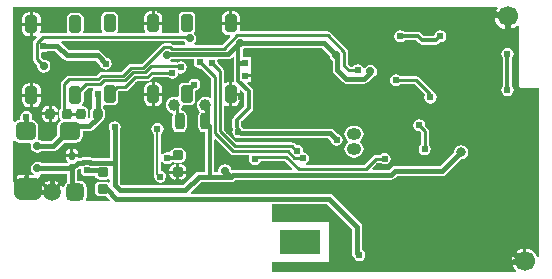
<source format=gbl>
G04 Layer_Physical_Order=2*
G04 Layer_Color=16711680*
%FSLAX25Y25*%
%MOIN*%
G70*
G01*
G75*
G04:AMPARAMS|DCode=11|XSize=35.43mil|YSize=31.5mil|CornerRadius=7.87mil|HoleSize=0mil|Usage=FLASHONLY|Rotation=0.000|XOffset=0mil|YOffset=0mil|HoleType=Round|Shape=RoundedRectangle|*
%AMROUNDEDRECTD11*
21,1,0.03543,0.01575,0,0,0.0*
21,1,0.01969,0.03150,0,0,0.0*
1,1,0.01575,0.00984,-0.00787*
1,1,0.01575,-0.00984,-0.00787*
1,1,0.01575,-0.00984,0.00787*
1,1,0.01575,0.00984,0.00787*
%
%ADD11ROUNDEDRECTD11*%
G04:AMPARAMS|DCode=13|XSize=19.69mil|YSize=23.62mil|CornerRadius=4.92mil|HoleSize=0mil|Usage=FLASHONLY|Rotation=180.000|XOffset=0mil|YOffset=0mil|HoleType=Round|Shape=RoundedRectangle|*
%AMROUNDEDRECTD13*
21,1,0.01969,0.01378,0,0,180.0*
21,1,0.00984,0.02362,0,0,180.0*
1,1,0.00984,-0.00492,0.00689*
1,1,0.00984,0.00492,0.00689*
1,1,0.00984,0.00492,-0.00689*
1,1,0.00984,-0.00492,-0.00689*
%
%ADD13ROUNDEDRECTD13*%
G04:AMPARAMS|DCode=15|XSize=35.43mil|YSize=31.5mil|CornerRadius=7.87mil|HoleSize=0mil|Usage=FLASHONLY|Rotation=90.000|XOffset=0mil|YOffset=0mil|HoleType=Round|Shape=RoundedRectangle|*
%AMROUNDEDRECTD15*
21,1,0.03543,0.01575,0,0,90.0*
21,1,0.01969,0.03150,0,0,90.0*
1,1,0.01575,0.00787,0.00984*
1,1,0.01575,0.00787,-0.00984*
1,1,0.01575,-0.00787,-0.00984*
1,1,0.01575,-0.00787,0.00984*
%
%ADD15ROUNDEDRECTD15*%
%ADD47C,0.01181*%
%ADD48C,0.00984*%
%ADD49C,0.00787*%
%ADD50C,0.01772*%
%ADD51C,0.01575*%
%ADD52C,0.01969*%
%ADD56C,0.06693*%
%ADD57O,0.04724X0.03937*%
G04:AMPARAMS|DCode=58|XSize=59.06mil|YSize=59.06mil|CornerRadius=14.76mil|HoleSize=0mil|Usage=FLASHONLY|Rotation=90.000|XOffset=0mil|YOffset=0mil|HoleType=Round|Shape=RoundedRectangle|*
%AMROUNDEDRECTD58*
21,1,0.05906,0.02953,0,0,90.0*
21,1,0.02953,0.05906,0,0,90.0*
1,1,0.02953,0.01476,0.01476*
1,1,0.02953,0.01476,-0.01476*
1,1,0.02953,-0.01476,-0.01476*
1,1,0.02953,-0.01476,0.01476*
%
%ADD58ROUNDEDRECTD58*%
%ADD59C,0.05906*%
%ADD60C,0.03937*%
G04:AMPARAMS|DCode=61|XSize=90.55mil|YSize=70.87mil|CornerRadius=17.72mil|HoleSize=0mil|Usage=FLASHONLY|Rotation=180.000|XOffset=0mil|YOffset=0mil|HoleType=Round|Shape=RoundedRectangle|*
%AMROUNDEDRECTD61*
21,1,0.09055,0.03543,0,0,180.0*
21,1,0.05512,0.07087,0,0,180.0*
1,1,0.03543,-0.02756,0.01772*
1,1,0.03543,0.02756,0.01772*
1,1,0.03543,0.02756,-0.01772*
1,1,0.03543,-0.02756,-0.01772*
%
%ADD61ROUNDEDRECTD61*%
%ADD62R,0.13780X0.07874*%
%ADD63C,0.02402*%
%ADD64C,0.02756*%
%ADD65C,0.03150*%
%ADD66R,0.01969X0.02362*%
G04:AMPARAMS|DCode=67|XSize=31.5mil|YSize=55.12mil|CornerRadius=7.87mil|HoleSize=0mil|Usage=FLASHONLY|Rotation=180.000|XOffset=0mil|YOffset=0mil|HoleType=Round|Shape=RoundedRectangle|*
%AMROUNDEDRECTD67*
21,1,0.03150,0.03937,0,0,180.0*
21,1,0.01575,0.05512,0,0,180.0*
1,1,0.01575,-0.00787,0.01969*
1,1,0.01575,0.00787,0.01969*
1,1,0.01575,0.00787,-0.01969*
1,1,0.01575,-0.00787,-0.01969*
%
%ADD67ROUNDEDRECTD67*%
G04:AMPARAMS|DCode=68|XSize=59.06mil|YSize=39.37mil|CornerRadius=9.84mil|HoleSize=0mil|Usage=FLASHONLY|Rotation=270.000|XOffset=0mil|YOffset=0mil|HoleType=Round|Shape=RoundedRectangle|*
%AMROUNDEDRECTD68*
21,1,0.05906,0.01969,0,0,270.0*
21,1,0.03937,0.03937,0,0,270.0*
1,1,0.01969,-0.00984,-0.01969*
1,1,0.01969,-0.00984,0.01969*
1,1,0.01969,0.00984,0.01969*
1,1,0.01969,0.00984,-0.01969*
%
%ADD68ROUNDEDRECTD68*%
G04:AMPARAMS|DCode=69|XSize=59.06mil|YSize=68.9mil|CornerRadius=14.76mil|HoleSize=0mil|Usage=FLASHONLY|Rotation=270.000|XOffset=0mil|YOffset=0mil|HoleType=Round|Shape=RoundedRectangle|*
%AMROUNDEDRECTD69*
21,1,0.05906,0.03937,0,0,270.0*
21,1,0.02953,0.06890,0,0,270.0*
1,1,0.02953,-0.01969,-0.01476*
1,1,0.02953,-0.01969,0.01476*
1,1,0.02953,0.01969,0.01476*
1,1,0.02953,0.01969,-0.01476*
%
%ADD69ROUNDEDRECTD69*%
G36*
X61291Y-18936D02*
X61162Y-19587D01*
X61316Y-20362D01*
X61756Y-21020D01*
X62413Y-21459D01*
X63189Y-21614D01*
X63341Y-21584D01*
X66861Y-25104D01*
Y-31139D01*
X66413Y-31360D01*
X66390Y-31343D01*
X65719Y-31065D01*
X65000Y-30970D01*
X64281Y-31065D01*
X63610Y-31343D01*
X63034Y-31784D01*
X62593Y-32360D01*
X62315Y-33031D01*
X62220Y-33750D01*
X62315Y-34469D01*
X62593Y-35140D01*
X62962Y-35622D01*
X63077Y-36146D01*
X62729Y-36667D01*
X62607Y-37282D01*
Y-41219D01*
X62729Y-41833D01*
X63077Y-42354D01*
X63598Y-42702D01*
X64213Y-42824D01*
X64986D01*
Y-56044D01*
X62750D01*
X62097Y-56174D01*
X61544Y-56544D01*
X57543Y-60544D01*
X37207D01*
X36456Y-59793D01*
Y-53000D01*
Y-42173D01*
X36623Y-41923D01*
X36777Y-41148D01*
X36623Y-40372D01*
X36183Y-39714D01*
X35526Y-39275D01*
X34750Y-39121D01*
X33974Y-39275D01*
X33317Y-39714D01*
X32877Y-40372D01*
X32723Y-41148D01*
X32877Y-41923D01*
X33044Y-42173D01*
Y-51294D01*
X27099D01*
X26488Y-51172D01*
X24262D01*
X23651Y-51294D01*
X22514D01*
X22513Y-51293D01*
Y-51104D01*
X18486D01*
Y-51293D01*
X18602Y-51876D01*
X18932Y-52369D01*
X18951Y-52381D01*
X19021Y-53007D01*
X18828Y-53215D01*
X10344D01*
X9845Y-52881D01*
X9000Y-52714D01*
X8155Y-52881D01*
X7439Y-53360D01*
X6960Y-54076D01*
X6792Y-54921D01*
X6960Y-55766D01*
X7439Y-56482D01*
X7739Y-56683D01*
X7587Y-57183D01*
X6250D01*
Y-61750D01*
X5250D01*
Y-57183D01*
X2994D01*
X2270Y-57278D01*
X1596Y-57557D01*
X1503Y-57629D01*
X1003Y-57382D01*
Y-45838D01*
X1503Y-45684D01*
X2168Y-46128D01*
X3051Y-46304D01*
X6554D01*
X6639Y-46365D01*
X6919Y-46804D01*
X6792Y-47441D01*
X6960Y-48286D01*
X7439Y-49002D01*
X8155Y-49481D01*
X9000Y-49649D01*
X9845Y-49481D01*
X10344Y-49147D01*
X14309D01*
X14962Y-49017D01*
X15515Y-48647D01*
X17858Y-46304D01*
X21752D01*
X22635Y-46128D01*
X23384Y-45628D01*
X23884Y-44879D01*
X24060Y-43996D01*
Y-42456D01*
X26250D01*
X26903Y-42326D01*
X27456Y-41956D01*
X30059Y-39354D01*
X30437Y-39279D01*
X30958Y-38931D01*
X31306Y-38410D01*
X31429Y-37795D01*
Y-35827D01*
X31306Y-35212D01*
X30958Y-34691D01*
X30741Y-34547D01*
Y-33953D01*
X31241Y-33685D01*
X31346Y-33755D01*
X32037Y-33893D01*
X34006D01*
X34697Y-33755D01*
X35283Y-33364D01*
X35675Y-32778D01*
X35812Y-32087D01*
Y-29173D01*
X35930Y-29055D01*
X38297D01*
X38797Y-28955D01*
X39220Y-28673D01*
X42102Y-25790D01*
X45636D01*
X46136Y-25691D01*
X46559Y-25408D01*
X47662Y-24305D01*
X52481D01*
X52567Y-24433D01*
X53224Y-24873D01*
X54000Y-25027D01*
X54776Y-24873D01*
X55433Y-24433D01*
X55873Y-23776D01*
X56002Y-23128D01*
X56750Y-23277D01*
X57526Y-23123D01*
X58183Y-22683D01*
X58623Y-22026D01*
X58777Y-21250D01*
X58623Y-20474D01*
X58183Y-19817D01*
X57526Y-19377D01*
X56750Y-19223D01*
X55974Y-19377D01*
X55618Y-19615D01*
X55449Y-19502D01*
X54950Y-19402D01*
X53452D01*
X53300Y-18902D01*
X53811Y-18561D01*
X53895Y-18436D01*
X61011D01*
X61291Y-18936D01*
D02*
G37*
G36*
X73344Y-50173D02*
X73768Y-50455D01*
X74267Y-50555D01*
X79369D01*
X79611Y-51055D01*
X79473Y-51750D01*
X79627Y-52526D01*
X80067Y-53183D01*
X80724Y-53623D01*
X81500Y-53777D01*
X82276Y-53623D01*
X82933Y-53183D01*
X83373Y-52526D01*
X83417Y-52305D01*
X91460D01*
X93987Y-54832D01*
X93796Y-55294D01*
X74250D01*
X73641Y-55415D01*
X73540Y-54905D01*
X73061Y-54189D01*
X72345Y-53710D01*
X71500Y-53542D01*
X70655Y-53710D01*
X69939Y-54189D01*
X69460Y-54905D01*
X69292Y-55750D01*
X69051Y-56044D01*
X67796D01*
Y-45278D01*
X68258Y-45086D01*
X73344Y-50173D01*
D02*
G37*
G36*
X27554Y-28639D02*
X27163Y-29224D01*
X27008Y-30000D01*
X27163Y-30776D01*
X27329Y-31025D01*
Y-34547D01*
X27113Y-34691D01*
X26765Y-35212D01*
X26642Y-35827D01*
Y-37795D01*
X26667Y-37920D01*
X26336Y-38252D01*
X25875Y-38005D01*
X25917Y-37795D01*
Y-35827D01*
X25795Y-35212D01*
X25446Y-34691D01*
X24926Y-34343D01*
X24311Y-34221D01*
X24017D01*
X23874Y-33860D01*
X23845Y-33721D01*
X24220Y-33160D01*
X24358Y-32469D01*
Y-29554D01*
X25773Y-28139D01*
X27411D01*
X27554Y-28639D01*
D02*
G37*
G36*
X162379Y-1503D02*
X161953Y-2058D01*
X161515Y-3115D01*
X161432Y-3750D01*
X165750D01*
Y-4250D01*
X166250D01*
Y-8568D01*
X166885Y-8485D01*
X167942Y-8047D01*
X168850Y-7350D01*
X169023Y-7124D01*
X169497Y-7285D01*
Y-27067D01*
X169573Y-27451D01*
X169790Y-27777D01*
X170116Y-27994D01*
X170500Y-28071D01*
X176162D01*
Y-84479D01*
X175662Y-84578D01*
X175297Y-83696D01*
X174600Y-82788D01*
X173692Y-82092D01*
X172635Y-81654D01*
X172000Y-81570D01*
Y-85888D01*
X171500D01*
Y-86388D01*
X167182D01*
X167265Y-87023D01*
X167703Y-88080D01*
X168400Y-88988D01*
X168512Y-89074D01*
X168351Y-89548D01*
X87224D01*
Y-86193D01*
X106146D01*
Y-72807D01*
X87224D01*
Y-66929D01*
X87407Y-66706D01*
X105457D01*
X113794Y-75043D01*
Y-83000D01*
X113924Y-83653D01*
X114294Y-84206D01*
X114319Y-84231D01*
X114377Y-84526D01*
X114817Y-85183D01*
X115474Y-85623D01*
X116250Y-85777D01*
X117026Y-85623D01*
X117683Y-85183D01*
X118123Y-84526D01*
X118277Y-83750D01*
X118123Y-82974D01*
X117683Y-82317D01*
X117206Y-81998D01*
Y-74336D01*
X117076Y-73683D01*
X116706Y-73130D01*
X107370Y-63794D01*
X106817Y-63424D01*
X106164Y-63294D01*
X60272D01*
X60081Y-62832D01*
X63457Y-59456D01*
X73500D01*
X74153Y-59326D01*
X74706Y-58956D01*
X74706Y-58956D01*
X74957Y-58706D01*
X95165D01*
X95212Y-58715D01*
X126991D01*
X127643Y-58586D01*
X128197Y-58216D01*
X128957Y-57456D01*
X144000D01*
X144653Y-57326D01*
X145206Y-56956D01*
X150255Y-51907D01*
X151172Y-51725D01*
X151953Y-51203D01*
X152475Y-50422D01*
X152658Y-49500D01*
X152475Y-48578D01*
X151953Y-47797D01*
X151172Y-47275D01*
X150250Y-47091D01*
X149328Y-47275D01*
X148547Y-47797D01*
X148025Y-48578D01*
X147843Y-49495D01*
X143293Y-54044D01*
X128250D01*
X127597Y-54174D01*
X127044Y-54544D01*
X126284Y-55303D01*
X120695D01*
X120503Y-54842D01*
X122333Y-53012D01*
X123198D01*
X123315Y-53187D01*
X123973Y-53626D01*
X124748Y-53781D01*
X125524Y-53626D01*
X126182Y-53187D01*
X126621Y-52529D01*
X126776Y-51754D01*
X126621Y-50978D01*
X126182Y-50320D01*
X125524Y-49881D01*
X124748Y-49726D01*
X123973Y-49881D01*
X123315Y-50320D01*
X123260Y-50402D01*
X121793D01*
X121294Y-50502D01*
X120870Y-50785D01*
X117928Y-53727D01*
X98646D01*
X98494Y-53227D01*
X98933Y-52933D01*
X99373Y-52276D01*
X99527Y-51500D01*
X99373Y-50724D01*
X98933Y-50067D01*
X98276Y-49627D01*
X97926Y-49558D01*
X97527Y-49000D01*
X97373Y-48224D01*
X96933Y-47567D01*
X96276Y-47127D01*
X95500Y-46973D01*
X95139Y-47045D01*
X94673Y-46578D01*
X94249Y-46295D01*
X93750Y-46195D01*
X75311D01*
X72986Y-43870D01*
X72946Y-43844D01*
X71071Y-41969D01*
Y-39397D01*
X71055Y-39312D01*
Y-34077D01*
X71496Y-33841D01*
X71667Y-33956D01*
X72441Y-34110D01*
X72925D01*
Y-30118D01*
Y-26127D01*
X72441D01*
X71667Y-26281D01*
X71496Y-26395D01*
X71055Y-26159D01*
Y-22408D01*
X70955Y-21908D01*
X70673Y-21485D01*
X69123Y-19935D01*
X69153Y-19783D01*
X68999Y-19008D01*
X68912Y-18877D01*
X69147Y-18436D01*
X72669D01*
X72669Y-18436D01*
X73284Y-18314D01*
X73805Y-17966D01*
X74133Y-17638D01*
X74595Y-17829D01*
Y-18953D01*
X74517Y-19071D01*
X74394Y-19685D01*
X74517Y-20300D01*
X74595Y-20417D01*
Y-25654D01*
X74538Y-25799D01*
X74160Y-26127D01*
X73925D01*
Y-29618D01*
X76433D01*
Y-28822D01*
X76894Y-28631D01*
X77986Y-29723D01*
Y-34152D01*
X74375Y-37763D01*
X74070Y-38219D01*
X73963Y-38757D01*
Y-41237D01*
X74070Y-41774D01*
X74166Y-41918D01*
X74129Y-41974D01*
X73974Y-42750D01*
X74129Y-43526D01*
X74568Y-44183D01*
X75226Y-44623D01*
X76002Y-44777D01*
X76348Y-44708D01*
X76385Y-44733D01*
X77000Y-44856D01*
X105961D01*
X106783Y-45678D01*
X106877Y-46150D01*
X107317Y-46807D01*
X107974Y-47247D01*
X108750Y-47401D01*
X109526Y-47247D01*
X110183Y-46807D01*
X110623Y-46150D01*
X110777Y-45374D01*
X110623Y-44598D01*
X110183Y-43941D01*
X109526Y-43501D01*
X109054Y-43407D01*
X107761Y-42115D01*
X107240Y-41767D01*
X106626Y-41644D01*
X106626Y-41644D01*
X77654D01*
X77435Y-41317D01*
X77171Y-41140D01*
X76995Y-40877D01*
X76773Y-40655D01*
Y-39339D01*
X80385Y-35727D01*
X80689Y-35271D01*
X80796Y-34734D01*
Y-29141D01*
X80689Y-28603D01*
X80385Y-28148D01*
X78918Y-26680D01*
X79109Y-26219D01*
X80234D01*
Y-24537D01*
X78250D01*
Y-23537D01*
X80234D01*
Y-21856D01*
X80234D01*
X80022Y-21714D01*
Y-17777D01*
X77405D01*
Y-15000D01*
X77995Y-14606D01*
X103776D01*
X106475Y-17304D01*
X106627Y-18070D01*
X107106Y-18786D01*
X107394Y-18979D01*
Y-22000D01*
X107394Y-22000D01*
X107517Y-22614D01*
X107865Y-23135D01*
X110865Y-26135D01*
X111386Y-26483D01*
X112000Y-26606D01*
X112000Y-26606D01*
X118000D01*
X118000Y-26606D01*
X118614Y-26483D01*
X119135Y-26135D01*
X120703Y-24568D01*
X120845Y-24540D01*
X121561Y-24061D01*
X122040Y-23345D01*
X122208Y-22500D01*
X122040Y-21655D01*
X121561Y-20939D01*
X120845Y-20460D01*
X120000Y-20292D01*
X119155Y-20460D01*
X118439Y-20939D01*
X118121Y-21415D01*
X117949Y-21435D01*
X117551Y-21367D01*
X117183Y-20817D01*
X116526Y-20377D01*
X115750Y-20223D01*
X114974Y-20377D01*
X114317Y-20817D01*
X114231Y-20945D01*
X113290D01*
X112555Y-20210D01*
Y-16000D01*
X112455Y-15501D01*
X112172Y-15078D01*
X106702Y-9607D01*
X106279Y-9325D01*
X105780Y-9225D01*
X76675D01*
X76358Y-8839D01*
X76433Y-8465D01*
Y-6996D01*
X73425D01*
X70418D01*
Y-8465D01*
X70572Y-9239D01*
X71010Y-9895D01*
X71667Y-10334D01*
X72441Y-10488D01*
X73021D01*
X73212Y-10950D01*
X70515Y-13647D01*
X61356D01*
X61205Y-13147D01*
X61308Y-13077D01*
X61787Y-12361D01*
X61955Y-11516D01*
X61787Y-10671D01*
X61308Y-9955D01*
X61265Y-9927D01*
X61120Y-9742D01*
X61511Y-9156D01*
X61649Y-8465D01*
Y-4528D01*
X61511Y-3836D01*
X61120Y-3250D01*
X60534Y-2859D01*
X59842Y-2721D01*
X57874D01*
X57183Y-2859D01*
X56597Y-3250D01*
X56205Y-3836D01*
X56068Y-4528D01*
Y-8465D01*
X56205Y-9156D01*
X56313Y-9318D01*
X56046Y-9817D01*
X50586D01*
X50350Y-9376D01*
X50442Y-9239D01*
X50596Y-8465D01*
Y-6996D01*
X47589D01*
X44581D01*
Y-8465D01*
X44735Y-9239D01*
X44827Y-9376D01*
X44592Y-9817D01*
X35834D01*
X35567Y-9318D01*
X35675Y-9156D01*
X35812Y-8465D01*
Y-4528D01*
X35675Y-3836D01*
X35283Y-3250D01*
X34697Y-2859D01*
X34006Y-2721D01*
X32037D01*
X31346Y-2859D01*
X30760Y-3250D01*
X30369Y-3836D01*
X30231Y-4528D01*
Y-8465D01*
X30369Y-9156D01*
X30476Y-9318D01*
X30209Y-9817D01*
X24589D01*
X24264Y-9317D01*
X24358Y-8846D01*
Y-4909D01*
X24220Y-4218D01*
X23829Y-3632D01*
X23242Y-3241D01*
X22551Y-3103D01*
X20583D01*
X19891Y-3241D01*
X19305Y-3632D01*
X18914Y-4218D01*
X18776Y-4909D01*
Y-8846D01*
X18870Y-9317D01*
X18545Y-9817D01*
X10710D01*
X10264Y-9906D01*
X10090Y-9785D01*
X9869Y-9544D01*
X10007Y-8846D01*
Y-7378D01*
X7500D01*
Y-10870D01*
X7984D01*
X8516Y-10764D01*
X8763Y-11225D01*
X7785Y-12203D01*
X7502Y-12626D01*
X7402Y-13125D01*
Y-18353D01*
X7502Y-18852D01*
X7785Y-19275D01*
X8975Y-20465D01*
X8914Y-20768D01*
X9082Y-21613D01*
X9561Y-22329D01*
X10277Y-22807D01*
X11122Y-22975D01*
X11967Y-22807D01*
X12683Y-22329D01*
X13162Y-21613D01*
X13330Y-20768D01*
X13162Y-19923D01*
X12683Y-19207D01*
X11967Y-18728D01*
X11122Y-18560D01*
X10819Y-18620D01*
X10012Y-17812D01*
Y-16361D01*
X10512Y-16005D01*
X11000Y-16102D01*
X11776Y-15948D01*
X12025Y-15781D01*
X14868D01*
X17544Y-18456D01*
X18097Y-18826D01*
X18750Y-18956D01*
X28335D01*
X29860Y-20481D01*
X29919Y-20776D01*
X30358Y-21433D01*
X31016Y-21873D01*
X31791Y-22027D01*
X32567Y-21873D01*
X33225Y-21433D01*
X33664Y-20776D01*
X33819Y-20000D01*
X33664Y-19224D01*
X33225Y-18567D01*
X32567Y-18127D01*
X32273Y-18069D01*
X30248Y-16044D01*
X29694Y-15674D01*
X29041Y-15544D01*
X19457D01*
X16839Y-12927D01*
X16879Y-12688D01*
X17020Y-12427D01*
X57751D01*
X58186Y-13077D01*
X58289Y-13147D01*
X58138Y-13647D01*
X54235D01*
X54196Y-13607D01*
X53772Y-13325D01*
X53273Y-13225D01*
X51227D01*
X50728Y-13325D01*
X50304Y-13607D01*
X48832Y-15080D01*
X48482Y-15313D01*
X43784Y-20012D01*
X40250D01*
X39750Y-20112D01*
X39327Y-20394D01*
X37026Y-22695D01*
X30500D01*
X30001Y-22795D01*
X29577Y-23077D01*
X28710Y-23945D01*
X19508D01*
X19009Y-24045D01*
X18585Y-24328D01*
X17077Y-25835D01*
X16795Y-26259D01*
X16695Y-26758D01*
Y-34793D01*
X16454Y-35155D01*
X16331Y-35769D01*
Y-37738D01*
X16454Y-38352D01*
X16802Y-38873D01*
Y-38998D01*
X16183Y-39411D01*
X15683Y-40160D01*
X15507Y-41043D01*
Y-43830D01*
X13602Y-45735D01*
X10344D01*
X9845Y-45401D01*
X9429Y-45318D01*
X9280Y-45107D01*
X9146Y-44752D01*
X9296Y-43996D01*
Y-41043D01*
X9121Y-40160D01*
X8620Y-39411D01*
X7871Y-38911D01*
X7514Y-38840D01*
X7123Y-38526D01*
X7166Y-38309D01*
X7277Y-37750D01*
X7123Y-36974D01*
X6683Y-36317D01*
X6026Y-35877D01*
X5250Y-35723D01*
X4474Y-35877D01*
X3817Y-36317D01*
X3377Y-36974D01*
X3223Y-37750D01*
X3319Y-38235D01*
X3077Y-38688D01*
X2952Y-38755D01*
X2168Y-38911D01*
X1503Y-39355D01*
X1003Y-39202D01*
Y-1003D01*
X162132D01*
X162379Y-1503D01*
D02*
G37*
G36*
X18794Y-59521D02*
X18545Y-59687D01*
X18045Y-60436D01*
X17898Y-61174D01*
X17381Y-61231D01*
X17203Y-60802D01*
X16569Y-59976D01*
X15743Y-59343D01*
X14782Y-58944D01*
X14250Y-58874D01*
Y-62795D01*
X13250D01*
Y-58874D01*
X12718Y-58944D01*
X11757Y-59343D01*
X11668Y-59410D01*
X11168Y-59164D01*
X10927Y-58581D01*
X10483Y-58002D01*
X9904Y-57557D01*
X9743Y-57491D01*
X9795Y-56971D01*
X9845Y-56961D01*
X10344Y-56627D01*
X18794D01*
Y-59521D01*
D02*
G37*
G36*
X23363Y-55118D02*
X23419Y-55206D01*
X23348Y-55565D01*
X23502Y-56341D01*
X23942Y-56998D01*
X24599Y-57438D01*
X25375Y-57592D01*
X26151Y-57438D01*
X26400Y-57271D01*
X28208D01*
X28282Y-57646D01*
X28630Y-58167D01*
X29151Y-58515D01*
X29766Y-58637D01*
X31734D01*
X32349Y-58515D01*
X32544Y-58384D01*
X33044Y-58652D01*
Y-59348D01*
X32544Y-59616D01*
X32349Y-59485D01*
X31734Y-59363D01*
X29766D01*
X29151Y-59485D01*
X28630Y-59833D01*
X28282Y-60354D01*
X28160Y-60969D01*
Y-62543D01*
X28282Y-63158D01*
X28630Y-63679D01*
X29151Y-64027D01*
X29766Y-64149D01*
X31734D01*
X31945Y-64107D01*
X33301Y-65464D01*
X33110Y-65926D01*
X25349D01*
X25082Y-65426D01*
X25262Y-65155D01*
X25438Y-64272D01*
Y-61319D01*
X25262Y-60436D01*
X24762Y-59687D01*
X24013Y-59187D01*
X23130Y-59011D01*
X22206D01*
Y-56041D01*
X22297Y-55585D01*
Y-55512D01*
X22809Y-54999D01*
X23363Y-55118D01*
D02*
G37*
%LPC*%
G36*
X21000Y-48396D02*
Y-50104D01*
X22513D01*
Y-49915D01*
X22398Y-49333D01*
X22068Y-48840D01*
X21574Y-48510D01*
X21000Y-48396D01*
D02*
G37*
G36*
X20000D02*
X19426Y-48510D01*
X18932Y-48840D01*
X18602Y-49333D01*
X18486Y-49915D01*
Y-50104D01*
X20000D01*
Y-48396D01*
D02*
G37*
G36*
X56784Y-53502D02*
X56300D01*
Y-55612D01*
X58607D01*
Y-55324D01*
X58468Y-54627D01*
X58073Y-54036D01*
X57482Y-53641D01*
X56784Y-53502D01*
D02*
G37*
G36*
X55300D02*
X54816D01*
X54118Y-53641D01*
X53527Y-54036D01*
X53132Y-54627D01*
X52993Y-55324D01*
Y-55612D01*
X55300D01*
Y-53502D01*
D02*
G37*
G36*
X58607Y-56612D02*
X56300D01*
Y-58722D01*
X56784D01*
X57482Y-58583D01*
X58073Y-58188D01*
X58468Y-57597D01*
X58607Y-56899D01*
Y-56612D01*
D02*
G37*
G36*
X55300D02*
X52993D01*
Y-56899D01*
X53132Y-57597D01*
X53527Y-58188D01*
X54118Y-58583D01*
X54816Y-58722D01*
X55300D01*
Y-56612D01*
D02*
G37*
G36*
X49000Y-39723D02*
X48224Y-39877D01*
X47567Y-40317D01*
X47127Y-40974D01*
X46973Y-41750D01*
X47127Y-42526D01*
X47567Y-43183D01*
X47796Y-43336D01*
Y-56750D01*
X47796Y-56750D01*
X47887Y-57211D01*
X47946Y-57298D01*
X47875Y-57653D01*
X48030Y-58428D01*
X48469Y-59086D01*
X49127Y-59525D01*
X49903Y-59680D01*
X50678Y-59525D01*
X51336Y-59086D01*
X51775Y-58428D01*
X51930Y-57653D01*
X51775Y-56877D01*
X51336Y-56219D01*
X50678Y-55780D01*
X50204Y-55686D01*
Y-52929D01*
X50704Y-52777D01*
X50817Y-52945D01*
X51474Y-53385D01*
X52250Y-53539D01*
X53026Y-53385D01*
X53683Y-52945D01*
X53702Y-52917D01*
X54432D01*
X54816Y-52993D01*
X56784D01*
X57399Y-52871D01*
X57920Y-52523D01*
X58268Y-52002D01*
X58390Y-51387D01*
Y-49813D01*
X58268Y-49198D01*
X57920Y-48677D01*
X57399Y-48329D01*
X56784Y-48207D01*
X54816D01*
X54201Y-48329D01*
X53680Y-48677D01*
X53332Y-49198D01*
X53316Y-49278D01*
X52746Y-49583D01*
X52250Y-49485D01*
X51474Y-49639D01*
X50817Y-50078D01*
X50704Y-50247D01*
X50204Y-50095D01*
Y-43336D01*
X50433Y-43183D01*
X50873Y-42526D01*
X51027Y-41750D01*
X50873Y-40974D01*
X50433Y-40317D01*
X49776Y-39877D01*
X49000Y-39723D01*
D02*
G37*
G36*
X48573Y-26127D02*
X48089D01*
Y-29618D01*
X50596D01*
Y-28150D01*
X50442Y-27375D01*
X50003Y-26719D01*
X49347Y-26281D01*
X48573Y-26127D01*
D02*
G37*
G36*
X47089Y-30618D02*
X44581D01*
Y-32087D01*
X44735Y-32861D01*
X45174Y-33517D01*
X45830Y-33956D01*
X46604Y-34110D01*
X47089D01*
Y-30618D01*
D02*
G37*
G36*
X50596D02*
X48089D01*
Y-34110D01*
X48573D01*
X49347Y-33956D01*
X50003Y-33517D01*
X50442Y-32861D01*
X50596Y-32087D01*
Y-30618D01*
D02*
G37*
G36*
X61250Y-24973D02*
X60474Y-25127D01*
X59817Y-25567D01*
X59377Y-26224D01*
X59354Y-26343D01*
X57874D01*
X57183Y-26481D01*
X56597Y-26872D01*
X56205Y-27458D01*
X56068Y-28150D01*
Y-30875D01*
X55568Y-31209D01*
X55219Y-31065D01*
X54500Y-30970D01*
X53781Y-31065D01*
X53110Y-31343D01*
X52535Y-31784D01*
X52093Y-32360D01*
X51815Y-33031D01*
X51720Y-33750D01*
X51815Y-34469D01*
X52093Y-35140D01*
X52535Y-35715D01*
X53110Y-36157D01*
X53656Y-36383D01*
X53801Y-36483D01*
X54008Y-36969D01*
X53945Y-37282D01*
Y-41219D01*
X54068Y-41833D01*
X54416Y-42354D01*
X54937Y-42702D01*
X55551Y-42824D01*
X57126D01*
X57740Y-42702D01*
X58261Y-42354D01*
X58609Y-41833D01*
X58732Y-41219D01*
Y-37282D01*
X58609Y-36667D01*
X58261Y-36146D01*
X57740Y-35798D01*
X57126Y-35676D01*
X57032D01*
X56880Y-35176D01*
X56907Y-35140D01*
X57185Y-34469D01*
X57229Y-34137D01*
X57635Y-33845D01*
X57874Y-33893D01*
X59842D01*
X60534Y-33755D01*
X61120Y-33364D01*
X61511Y-32778D01*
X61649Y-32087D01*
Y-28948D01*
X62026Y-28873D01*
X62683Y-28433D01*
X63123Y-27776D01*
X63277Y-27000D01*
X63123Y-26224D01*
X62683Y-25567D01*
X62026Y-25127D01*
X61250Y-24973D01*
D02*
G37*
G36*
X47089Y-26127D02*
X46604D01*
X45830Y-26281D01*
X45174Y-26719D01*
X44735Y-27375D01*
X44581Y-28150D01*
Y-29618D01*
X47089D01*
Y-26127D01*
D02*
G37*
G36*
X12713Y-37253D02*
X10603D01*
Y-37738D01*
X10741Y-38435D01*
X11136Y-39026D01*
X11728Y-39421D01*
X12425Y-39560D01*
X12713D01*
Y-37253D01*
D02*
G37*
G36*
X15822D02*
X13713D01*
Y-39560D01*
X14000D01*
X14697Y-39421D01*
X15289Y-39026D01*
X15684Y-38435D01*
X15822Y-37738D01*
Y-37253D01*
D02*
G37*
G36*
X14000Y-33947D02*
X13713D01*
Y-36253D01*
X15822D01*
Y-35769D01*
X15684Y-35072D01*
X15289Y-34481D01*
X14697Y-34086D01*
X14000Y-33947D01*
D02*
G37*
G36*
X6500Y-31000D02*
X3993D01*
Y-32469D01*
X4147Y-33243D01*
X4585Y-33899D01*
X5241Y-34338D01*
X6016Y-34492D01*
X6500D01*
Y-31000D01*
D02*
G37*
G36*
X171000Y-81570D02*
X170365Y-81654D01*
X169308Y-82092D01*
X168400Y-82788D01*
X167703Y-83696D01*
X167265Y-84754D01*
X167182Y-85388D01*
X171000D01*
Y-81570D01*
D02*
G37*
G36*
X12713Y-33947D02*
X12425D01*
X11728Y-34086D01*
X11136Y-34481D01*
X10741Y-35072D01*
X10603Y-35769D01*
Y-36253D01*
X12713D01*
Y-33947D01*
D02*
G37*
G36*
X136250Y-38473D02*
X135474Y-38627D01*
X134817Y-39067D01*
X134377Y-39724D01*
X134223Y-40500D01*
X134377Y-41276D01*
X134817Y-41933D01*
X135474Y-42373D01*
X136250Y-42527D01*
X136402Y-42497D01*
X136752Y-42847D01*
Y-46981D01*
X136623Y-47067D01*
X136184Y-47724D01*
X136029Y-48500D01*
X136184Y-49276D01*
X136623Y-49933D01*
X137281Y-50373D01*
X138056Y-50527D01*
X138832Y-50373D01*
X139490Y-49933D01*
X139929Y-49276D01*
X140084Y-48500D01*
X139929Y-47724D01*
X139490Y-47067D01*
X139361Y-46981D01*
Y-42306D01*
X139262Y-41807D01*
X138979Y-41384D01*
X138247Y-40652D01*
X138277Y-40500D01*
X138123Y-39724D01*
X137683Y-39067D01*
X137026Y-38627D01*
X136250Y-38473D01*
D02*
G37*
G36*
X114894Y-40720D02*
X114106D01*
X113387Y-40815D01*
X112716Y-41093D01*
X112141Y-41535D01*
X111699Y-42110D01*
X111421Y-42781D01*
X111327Y-43500D01*
X111421Y-44219D01*
X111699Y-44890D01*
X112141Y-45465D01*
X112434Y-45690D01*
Y-46310D01*
X112141Y-46534D01*
X111699Y-47110D01*
X111421Y-47781D01*
X111327Y-48500D01*
X111421Y-49219D01*
X111699Y-49890D01*
X112141Y-50466D01*
X112716Y-50907D01*
X113387Y-51185D01*
X114106Y-51280D01*
X114894D01*
X115613Y-51185D01*
X116284Y-50907D01*
X116859Y-50466D01*
X117301Y-49890D01*
X117579Y-49219D01*
X117673Y-48500D01*
X117579Y-47781D01*
X117301Y-47110D01*
X116859Y-46534D01*
X116566Y-46310D01*
Y-45690D01*
X116859Y-45465D01*
X117301Y-44890D01*
X117579Y-44219D01*
X117673Y-43500D01*
X117579Y-42781D01*
X117301Y-42110D01*
X116859Y-41535D01*
X116284Y-41093D01*
X115613Y-40815D01*
X114894Y-40720D01*
D02*
G37*
G36*
X10007Y-31000D02*
X7500D01*
Y-34492D01*
X7984D01*
X8759Y-34338D01*
X9415Y-33899D01*
X9853Y-33243D01*
X10007Y-32469D01*
Y-31000D01*
D02*
G37*
G36*
X165250Y-4750D02*
X161432D01*
X161515Y-5385D01*
X161953Y-6442D01*
X162650Y-7350D01*
X163558Y-8047D01*
X164615Y-8485D01*
X165250Y-8568D01*
Y-4750D01*
D02*
G37*
G36*
X6500Y-2886D02*
X6016D01*
X5241Y-3040D01*
X4585Y-3479D01*
X4147Y-4135D01*
X3993Y-4909D01*
Y-6378D01*
X6500D01*
Y-2886D01*
D02*
G37*
G36*
Y-7378D02*
X3993D01*
Y-8846D01*
X4147Y-9621D01*
X4585Y-10277D01*
X5241Y-10716D01*
X6016Y-10870D01*
X6500D01*
Y-7378D01*
D02*
G37*
G36*
X143280Y-8827D02*
X142504Y-8981D01*
X141846Y-9421D01*
X141407Y-10079D01*
X141254Y-10845D01*
X137832D01*
X136848Y-9861D01*
X136392Y-9556D01*
X135854Y-9449D01*
X131452D01*
X131433Y-9421D01*
X130776Y-8981D01*
X130000Y-8827D01*
X129224Y-8981D01*
X128567Y-9421D01*
X128127Y-10079D01*
X127973Y-10854D01*
X128127Y-11630D01*
X128567Y-12288D01*
X129224Y-12727D01*
X130000Y-12881D01*
X130776Y-12727D01*
X131433Y-12288D01*
X131452Y-12259D01*
X135272D01*
X136257Y-13243D01*
X136712Y-13548D01*
X137250Y-13655D01*
X141884D01*
X142421Y-13548D01*
X142877Y-13243D01*
X143246Y-12875D01*
X143280Y-12881D01*
X144055Y-12727D01*
X144713Y-12288D01*
X145152Y-11630D01*
X145307Y-10854D01*
X145152Y-10079D01*
X144713Y-9421D01*
X144055Y-8981D01*
X143280Y-8827D01*
D02*
G37*
G36*
X7984Y-2886D02*
X7500D01*
Y-6378D01*
X10007D01*
Y-4909D01*
X9853Y-4135D01*
X9415Y-3479D01*
X8759Y-3040D01*
X7984Y-2886D01*
D02*
G37*
G36*
X47089Y-2504D02*
X46604D01*
X45830Y-2658D01*
X45174Y-3097D01*
X44735Y-3753D01*
X44581Y-4528D01*
Y-5996D01*
X47089D01*
Y-2504D01*
D02*
G37*
G36*
X48573D02*
X48089D01*
Y-5996D01*
X50596D01*
Y-4528D01*
X50442Y-3753D01*
X50003Y-3097D01*
X49347Y-2658D01*
X48573Y-2504D01*
D02*
G37*
G36*
X72925D02*
X72441D01*
X71667Y-2658D01*
X71010Y-3097D01*
X70572Y-3753D01*
X70418Y-4528D01*
Y-5996D01*
X72925D01*
Y-2504D01*
D02*
G37*
G36*
X74409D02*
X73925D01*
Y-5996D01*
X76433D01*
Y-4528D01*
X76279Y-3753D01*
X75840Y-3097D01*
X75184Y-2658D01*
X74409Y-2504D01*
D02*
G37*
G36*
X76433Y-30618D02*
X73925D01*
Y-34110D01*
X74409D01*
X75184Y-33956D01*
X75840Y-33517D01*
X76279Y-32861D01*
X76433Y-32087D01*
Y-30618D01*
D02*
G37*
G36*
X128500Y-23473D02*
X127724Y-23627D01*
X127067Y-24067D01*
X126627Y-24724D01*
X126473Y-25500D01*
X126627Y-26276D01*
X127067Y-26933D01*
X127724Y-27373D01*
X128500Y-27527D01*
X129276Y-27373D01*
X129933Y-26933D01*
X130019Y-26805D01*
X134771D01*
X138253Y-30286D01*
X138127Y-30474D01*
X137973Y-31250D01*
X138127Y-32026D01*
X138567Y-32683D01*
X139224Y-33123D01*
X140000Y-33277D01*
X140776Y-33123D01*
X141433Y-32683D01*
X141873Y-32026D01*
X142027Y-31250D01*
X141873Y-30474D01*
X141433Y-29817D01*
X141174Y-29644D01*
X140922Y-29267D01*
X136233Y-24577D01*
X135810Y-24295D01*
X135311Y-24195D01*
X130019D01*
X129933Y-24067D01*
X129276Y-23627D01*
X128500Y-23473D01*
D02*
G37*
G36*
X7984Y-26508D02*
X7500D01*
Y-30000D01*
X10007D01*
Y-28532D01*
X9853Y-27757D01*
X9415Y-27101D01*
X8759Y-26662D01*
X7984Y-26508D01*
D02*
G37*
G36*
X165646Y-14723D02*
X164870Y-14877D01*
X164212Y-15317D01*
X163773Y-15974D01*
X163619Y-16750D01*
X163773Y-17526D01*
X164212Y-18183D01*
X164241Y-18202D01*
Y-27298D01*
X164212Y-27317D01*
X163773Y-27974D01*
X163619Y-28750D01*
X163773Y-29526D01*
X164212Y-30183D01*
X164870Y-30623D01*
X165646Y-30777D01*
X166421Y-30623D01*
X167079Y-30183D01*
X167518Y-29526D01*
X167673Y-28750D01*
X167518Y-27974D01*
X167079Y-27317D01*
X167051Y-27298D01*
Y-18202D01*
X167079Y-18183D01*
X167518Y-17526D01*
X167673Y-16750D01*
X167518Y-15974D01*
X167079Y-15317D01*
X166421Y-14877D01*
X165646Y-14723D01*
D02*
G37*
G36*
X6500Y-26508D02*
X6016D01*
X5241Y-26662D01*
X4585Y-27101D01*
X4147Y-27757D01*
X3993Y-28532D01*
Y-30000D01*
X6500D01*
Y-26508D01*
D02*
G37*
%LPD*%
D11*
X30750Y-61756D02*
D03*
Y-56244D02*
D03*
X55800Y-56112D02*
D03*
Y-50600D02*
D03*
D13*
X20500Y-54896D02*
D03*
Y-50604D02*
D03*
D15*
X29035Y-36811D02*
D03*
X23524D02*
D03*
X18724Y-36753D02*
D03*
X13213D02*
D03*
D47*
X65000Y-39250D02*
X66391Y-40641D01*
Y-57750D02*
Y-40641D01*
X76000Y-25750D02*
X79391Y-29141D01*
X75368Y-38757D02*
X79391Y-34734D01*
Y-29141D01*
X75368Y-41237D02*
X76002Y-41870D01*
Y-42750D02*
Y-41870D01*
X75368Y-41237D02*
Y-38757D01*
X141884Y-12250D02*
X143280Y-10854D01*
X130000D02*
X135854D01*
X137250Y-12250D01*
X141884D01*
X165646Y-28750D02*
Y-16750D01*
X54888Y-51512D02*
X55800Y-50600D01*
X52250Y-51512D02*
X54888D01*
X1600Y-59145D02*
X5250Y-62795D01*
X1600Y-59145D02*
Y-57600D01*
X5250Y-62795D02*
X10045Y-58000D01*
X11000D01*
Y-60045D02*
Y-58000D01*
Y-60045D02*
X13750Y-62795D01*
X17195Y-59350D01*
X122750Y-54000D02*
X122908Y-54158D01*
X125744D01*
X127403Y-52500D01*
X127750D01*
X76000Y-25750D02*
Y-19685D01*
Y-13500D01*
D48*
X46956Y-20925D02*
X52832D01*
X44980Y-22901D02*
X46956Y-20925D01*
X69750Y-39380D02*
X69767Y-39397D01*
Y-42510D02*
Y-39397D01*
Y-42510D02*
X72050Y-44793D01*
X68166Y-40036D02*
X68183Y-40053D01*
Y-43166D02*
Y-40053D01*
Y-43166D02*
X74267Y-49250D01*
X118468Y-55032D02*
X121793Y-51707D01*
X123700D01*
X123709Y-51717D02*
X124758D01*
X123700Y-51707D02*
X123709Y-51717D01*
X124748Y-51767D02*
Y-51754D01*
Y-51767D02*
X125033Y-52052D01*
X96031Y-55032D02*
X118468D01*
X74267Y-49250D02*
X92491D01*
X94656Y-51415D01*
X97585D01*
X92000Y-51000D02*
X96031Y-55032D01*
X82000Y-51000D02*
X92000D01*
X81500Y-51750D02*
Y-51500D01*
X82000Y-51000D01*
X72050Y-44793D02*
X72064D01*
X74771Y-47500D01*
X55168Y-20925D02*
X56425D01*
X54950Y-20707D02*
X55168Y-20925D01*
X53050Y-20707D02*
X54950D01*
X52832Y-20925D02*
X53050Y-20707D01*
X56425Y-20925D02*
X56750Y-21250D01*
X35390Y-27750D02*
X38297D01*
X41562Y-24485D01*
X38223Y-25584D02*
X40906Y-22901D01*
X25233Y-26834D02*
X29906D01*
X41562Y-24485D02*
X45636D01*
X40906Y-22901D02*
X44980D01*
X47122Y-23000D02*
X54000D01*
X45636Y-24485D02*
X47122Y-23000D01*
X21567Y-30500D02*
X25233Y-26834D01*
X31156Y-25584D02*
X38223D01*
X29906Y-26834D02*
X31156Y-25584D01*
X37567Y-24000D02*
X40250Y-21317D01*
X30500Y-24000D02*
X37567D01*
X29250Y-25250D02*
X30500Y-24000D01*
X19508Y-25250D02*
X29250D01*
X18000Y-26758D02*
X19508Y-25250D01*
X40250Y-21317D02*
X44324D01*
X140000Y-31250D02*
Y-30189D01*
X135311Y-25500D02*
X140000Y-30189D01*
X97500Y-51500D02*
X97585Y-51415D01*
X93750Y-47500D02*
X95250Y-49000D01*
X95500D01*
X74771Y-47500D02*
X93750D01*
X112750Y-22250D02*
X115750D01*
X111250Y-20750D02*
X112750Y-22250D01*
X111250Y-20750D02*
Y-16000D01*
X128500Y-25500D02*
X135311D01*
X18000Y-36029D02*
Y-26758D01*
Y-36029D02*
X18724Y-36753D01*
X23466D02*
X23524Y-36811D01*
X18724Y-36753D02*
X23466D01*
X136250Y-40500D02*
X138056Y-42306D01*
Y-48500D02*
Y-42306D01*
X33022Y-30118D02*
X35390Y-27750D01*
X58858Y-29392D02*
X61250Y-27000D01*
X58858Y-30118D02*
Y-29392D01*
X55500Y-38411D02*
X56339Y-39250D01*
X55500Y-38411D02*
Y-34750D01*
X54500Y-33750D02*
X55500Y-34750D01*
X68166Y-40036D02*
Y-24563D01*
X63189Y-19587D02*
X68166Y-24563D01*
X69750Y-39380D02*
Y-22408D01*
X67126Y-19783D02*
X69750Y-22408D01*
X49405Y-16236D02*
X49521D01*
X51227Y-14530D01*
X53273D01*
X53694Y-14951D01*
X44324Y-21317D02*
X49405Y-16236D01*
X59747Y-11516D02*
Y-11125D01*
X59744Y-11122D02*
X59747Y-11125D01*
X8707Y-13125D02*
X10710Y-11122D01*
X8707Y-18353D02*
Y-13125D01*
X10710Y-11122D02*
X59744D01*
X8707Y-18353D02*
X11122Y-20768D01*
X75477Y-10530D02*
X105780D01*
X111250Y-16000D01*
X53694Y-14951D02*
X71056D01*
X75477Y-10530D01*
D49*
X49000Y-56750D02*
X49903Y-57653D01*
X49000Y-56750D02*
Y-41750D01*
D50*
X62750Y-57750D02*
X73500D01*
X26610Y-53000D02*
X34750D01*
X26488Y-52878D02*
X26610Y-53000D01*
X24262Y-52878D02*
X26488D01*
X24140Y-53000D02*
X24262Y-52878D01*
X22396Y-53000D02*
X24140D01*
X20500Y-54896D02*
X22396Y-53000D01*
X106164Y-65000D02*
X115500Y-74336D01*
Y-83000D02*
Y-74336D01*
Y-83000D02*
X116250Y-83750D01*
X126991Y-57010D02*
X128250Y-55750D01*
X95212Y-57010D02*
X126991D01*
X95203Y-57000D02*
X95212Y-57010D01*
X74250Y-57000D02*
X95203D01*
X128250Y-55750D02*
X144000D01*
X150250Y-49500D01*
X35250Y-65000D02*
X106164D01*
X34750Y-60500D02*
Y-53000D01*
X9000Y-54921D02*
X20500D01*
X58250Y-62250D02*
X62750Y-57750D01*
X9000Y-47441D02*
X14309D01*
X19230Y-42520D01*
X19783D02*
X21553Y-40750D01*
X26250D01*
X29035Y-37965D01*
Y-36811D01*
Y-30000D01*
X30071Y-55565D02*
X30750Y-56244D01*
X25375Y-55565D02*
X30071D01*
X30750Y-61756D02*
X32006D01*
X35250Y-65000D01*
X34750Y-60500D02*
X36500Y-62250D01*
X20500Y-61642D02*
Y-54921D01*
Y-54896D01*
Y-61642D02*
X21654Y-62795D01*
X71500Y-55750D02*
X73500Y-57750D01*
X36500Y-62250D02*
X58250D01*
X29041Y-17250D02*
X31791Y-20000D01*
X11000Y-14075D02*
X15575D01*
X18750Y-17250D01*
X29041D01*
X65000Y-39250D02*
X65500Y-38750D01*
Y-34250D01*
X65000Y-33750D02*
X65500Y-34250D01*
X5250Y-62795D02*
Y-57900D01*
X13750Y-62795D02*
Y-58150D01*
X5250Y-62795D02*
X13750D01*
X73500Y-57750D02*
X74250Y-57000D01*
X34750Y-53000D02*
Y-41148D01*
D51*
X112000Y-25000D02*
X118000D01*
X109000Y-22000D02*
X112000Y-25000D01*
X118000D02*
X120000Y-23000D01*
X5250Y-42289D02*
Y-37750D01*
X120000Y-23000D02*
Y-22500D01*
X108667Y-17225D02*
X109000Y-17559D01*
Y-22000D02*
Y-17559D01*
X77000Y-43250D02*
X106626D01*
X108750Y-45374D01*
X76000Y-13500D02*
X76500Y-13000D01*
X52250Y-17000D02*
X52419Y-16831D01*
X72669D01*
X76500Y-13000D02*
X104441D01*
X108667Y-17225D01*
X72669Y-16831D02*
X76000Y-13500D01*
X76061Y-19746D02*
X78250D01*
X76000Y-19685D02*
X76061Y-19746D01*
D52*
X19230Y-42520D02*
X19783D01*
X161000Y-3500D02*
X165750Y-4250D01*
X166000Y-8500D01*
X161000Y-87000D02*
X171500Y-85888D01*
X171000Y-87000D02*
X171500Y-85888D01*
X166000Y-82000D02*
X171500Y-85888D01*
D56*
D03*
X165750Y-4250D02*
D03*
D57*
X114500Y-43500D02*
D03*
Y-48500D02*
D03*
D58*
X21654Y-62795D02*
D03*
D59*
X13750D02*
D03*
D60*
X65000Y-33750D02*
D03*
X54500D02*
D03*
D61*
X5750Y-61750D02*
D03*
D62*
X96500Y-79500D02*
D03*
D63*
X49903Y-57653D02*
D03*
X124748Y-51754D02*
D03*
X81500Y-51750D02*
D03*
X78000Y-40250D02*
D03*
X76002Y-42750D02*
D03*
X42500Y-27000D02*
D03*
X112750Y-28445D02*
D03*
X65750Y-29777D02*
D03*
X56750Y-21250D02*
D03*
X59449Y-19488D02*
D03*
X121250Y-71000D02*
D03*
X140000Y-31250D02*
D03*
X97500Y-51500D02*
D03*
X95500Y-49000D02*
D03*
X49000Y-41750D02*
D03*
X64000Y-48000D02*
D03*
X69000Y-48750D02*
D03*
X55500Y-26000D02*
D03*
X54000Y-23000D02*
D03*
X115750Y-22250D02*
D03*
X128500Y-25500D02*
D03*
X130650Y-22900D02*
D03*
X23750Y-49250D02*
D03*
X112250Y-7750D02*
D03*
X102150Y-7300D02*
D03*
X69250Y-6500D02*
D03*
X25295Y-44291D02*
D03*
X130650Y-15150D02*
D03*
X129950Y-6950D02*
D03*
X143280Y-10854D02*
D03*
X130000D02*
D03*
X55250Y-2000D02*
D03*
X28900Y-7000D02*
D03*
X51750Y-39500D02*
D03*
X24050Y-22700D02*
D03*
X25950Y-33300D02*
D03*
X42500Y-30000D02*
D03*
X25375Y-55565D02*
D03*
X17250Y-49250D02*
D03*
X43400Y-16850D02*
D03*
X41500Y-18250D02*
D03*
X108750Y-45374D02*
D03*
X136250Y-40500D02*
D03*
X135750Y-82750D02*
D03*
Y-86500D02*
D03*
X116250Y-83750D02*
D03*
X157000Y-87250D02*
D03*
X142250Y-59750D02*
D03*
X128350Y-76100D02*
D03*
X72047Y-19587D02*
D03*
X24900Y-2300D02*
D03*
X118650Y-76100D02*
D03*
X128250Y-72700D02*
D03*
X52250Y-51512D02*
D03*
X49750Y-2000D02*
D03*
X40300Y-5100D02*
D03*
X162500Y-17150D02*
D03*
X139342Y-9250D02*
D03*
Y-23223D02*
D03*
X5250Y-37750D02*
D03*
X34750Y-41148D02*
D03*
X29035Y-30000D02*
D03*
X11000Y-14075D02*
D03*
X32250Y-14000D02*
D03*
X31791Y-20000D02*
D03*
X157646Y-28750D02*
D03*
X165646D02*
D03*
Y-16750D02*
D03*
X148000Y-5000D02*
D03*
Y-10750D02*
D03*
X138750Y-16500D02*
D03*
X143750D02*
D03*
Y-21500D02*
D03*
X112250Y-3250D02*
D03*
X118000Y-8500D02*
D03*
Y-13500D02*
D03*
X52500Y-25750D02*
D03*
X52250Y-37000D02*
D03*
X42500Y-33250D02*
D03*
X14250Y-43500D02*
D03*
X28750Y-49500D02*
D03*
X32000D02*
D03*
X25500Y-58750D02*
D03*
X138750Y-72000D02*
D03*
X138250Y-76000D02*
D03*
X127750Y-66250D02*
D03*
X133750Y-66000D02*
D03*
X138056Y-48500D02*
D03*
X118700Y-46000D02*
D03*
X72500Y-37000D02*
D03*
X118350Y-73400D02*
D03*
X140250Y-40500D02*
D03*
X123750Y-3250D02*
D03*
X121250D02*
D03*
X103500D02*
D03*
X96750D02*
D03*
X82579Y-4921D02*
D03*
X126700Y-18900D02*
D03*
Y-22900D02*
D03*
X138800Y-52000D02*
D03*
X129250Y-59500D02*
D03*
X134500D02*
D03*
X131750Y-48500D02*
D03*
X52650Y-59150D02*
D03*
X3250Y-51000D02*
D03*
X7250D02*
D03*
X32750Y-16750D02*
D03*
X162750Y-9250D02*
D03*
X167750D02*
D03*
X159500Y-15250D02*
D03*
Y-19250D02*
D03*
X121450Y-66200D02*
D03*
X126250Y-86000D02*
D03*
X139000Y-82750D02*
D03*
X142750Y-83250D02*
D03*
X111000Y-87250D02*
D03*
X126250Y-82800D02*
D03*
X148750Y-83950D02*
D03*
Y-81200D02*
D03*
X155050D02*
D03*
X52500Y-29250D02*
D03*
X42500Y-36500D02*
D03*
X62750Y-62000D02*
D03*
X153934Y-70057D02*
D03*
X154000Y-62250D02*
D03*
X154250Y-55750D02*
D03*
X174500Y-71250D02*
D03*
X127750Y-48500D02*
D03*
X121750D02*
D03*
X132500Y-5500D02*
D03*
X52750Y-42750D02*
D03*
X77000Y-31250D02*
D03*
X61250Y-27000D02*
D03*
X20750Y-22700D02*
D03*
X26250Y-8300D02*
D03*
X130650Y-18900D02*
D03*
X159500Y-11550D02*
D03*
X131750Y-52500D02*
D03*
X127750D02*
D03*
X37550Y-59400D02*
D03*
X37500Y-52500D02*
D03*
X26741Y-61485D02*
D03*
X26750Y-64500D02*
D03*
X55750Y-59500D02*
D03*
X26250Y-14000D02*
D03*
X20500D02*
D03*
X11000Y-58000D02*
D03*
X147500Y-32500D02*
D03*
Y-37500D02*
D03*
Y-42500D02*
D03*
X172500D02*
D03*
Y-37500D02*
D03*
X152500Y-32500D02*
D03*
X157500D02*
D03*
X162500D02*
D03*
X167500D02*
D03*
X172500D02*
D03*
Y-47500D02*
D03*
X167500D02*
D03*
X162500D02*
D03*
X157500D02*
D03*
X66500Y-6500D02*
D03*
X66450Y-2000D02*
D03*
X69500D02*
D03*
X98000Y-6500D02*
D03*
X129500Y-36200D02*
D03*
X43799Y-52362D02*
D03*
X13750Y-58000D02*
D03*
X11000Y-24311D02*
D03*
X5315Y-15846D02*
D03*
Y-22539D02*
D03*
X73000Y-42500D02*
D03*
X122750Y-54000D02*
D03*
X114000Y-65000D02*
D03*
X118000D02*
D03*
X104500Y-49250D02*
D03*
X45965Y-54528D02*
D03*
X41634D02*
D03*
X45965Y-50197D02*
D03*
X41634D02*
D03*
X63189Y-19587D02*
D03*
X67126Y-19783D02*
D03*
D64*
X52250Y-17000D02*
D03*
X120000Y-22500D02*
D03*
X9000Y-47441D02*
D03*
X108667Y-17225D02*
D03*
X71500Y-55750D02*
D03*
X9000Y-54921D02*
D03*
X85925Y-40059D02*
D03*
Y-35728D02*
D03*
Y-31398D02*
D03*
Y-27067D02*
D03*
Y-22736D02*
D03*
X90256Y-40059D02*
D03*
Y-35728D02*
D03*
Y-31398D02*
D03*
Y-27067D02*
D03*
Y-22736D02*
D03*
X94587Y-40059D02*
D03*
Y-35728D02*
D03*
Y-31398D02*
D03*
Y-27067D02*
D03*
Y-22736D02*
D03*
X98917Y-40059D02*
D03*
Y-35728D02*
D03*
Y-31398D02*
D03*
Y-27067D02*
D03*
Y-22736D02*
D03*
X103248Y-40059D02*
D03*
Y-35728D02*
D03*
Y-31398D02*
D03*
Y-27067D02*
D03*
Y-22736D02*
D03*
X76500Y-13000D02*
D03*
X59747Y-11516D02*
D03*
X11122Y-20768D02*
D03*
D65*
X150250Y-49500D02*
D03*
D66*
X78250Y-24037D02*
D03*
Y-19746D02*
D03*
D67*
X56339Y-39250D02*
D03*
X65000D02*
D03*
D68*
X33022Y-6496D02*
D03*
Y-30118D02*
D03*
X47589D02*
D03*
Y-6496D02*
D03*
X21567Y-30500D02*
D03*
Y-6878D02*
D03*
X7000D02*
D03*
Y-30500D02*
D03*
X58858Y-6496D02*
D03*
Y-30118D02*
D03*
X73425D02*
D03*
Y-6496D02*
D03*
D69*
X5020Y-42520D02*
D03*
X19783D02*
D03*
M02*

</source>
